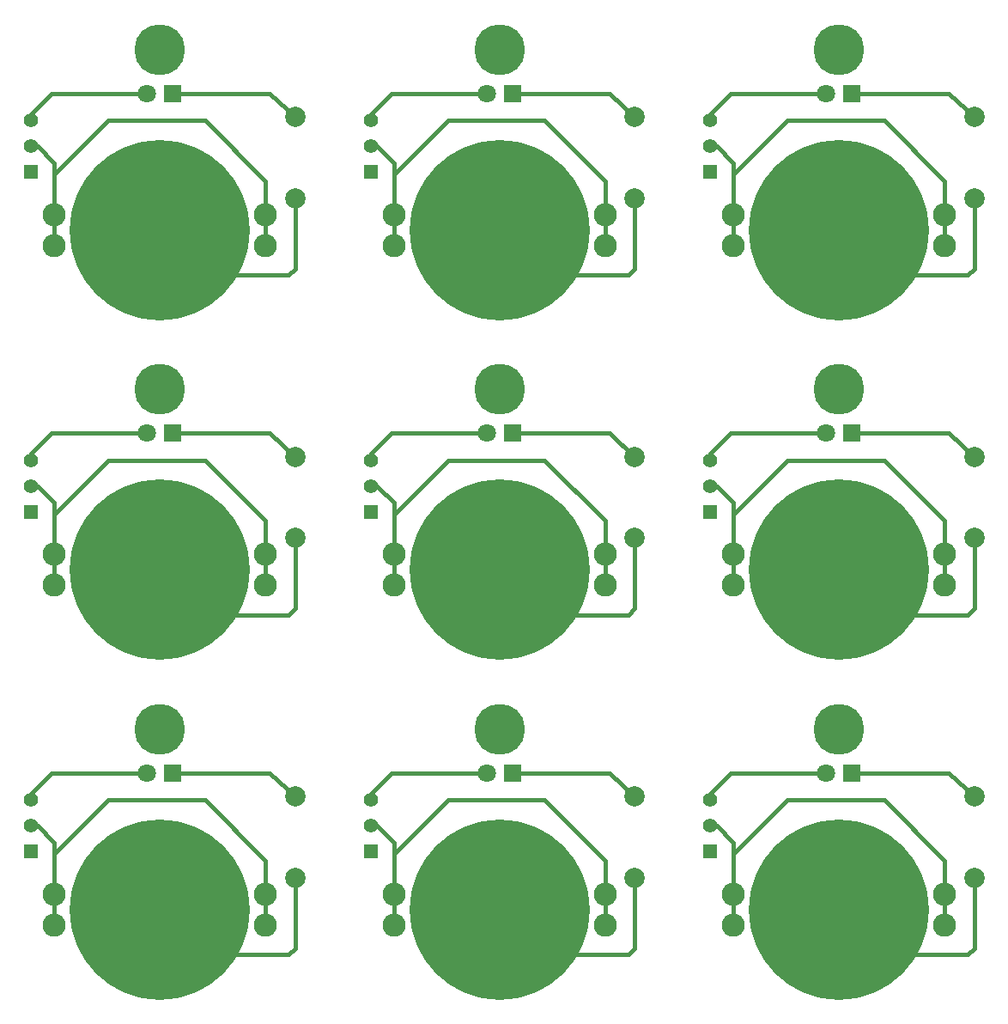
<source format=gbl>
%MOIN*%
%OFA0B0*%
%FSLAX46Y46*%
%IPPOS*%
%LPD*%
%ADD10C,0.0787*%
%ADD11C,0.19685039370078741*%
%ADD12C,0.090000000000000011*%
%ADD13C,0.70000000000000007*%
%ADD14R,0.070866141732283464X0.070866141732283464*%
%ADD15C,0.070866141732283464*%
%ADD16R,0.055000000000000007X0.055000000000000007*%
%ADD17C,0.055000000000000007*%
%ADD18C,0.016*%
%ADD29C,0.0039370078740157488*%
%ADD30C,0.0787*%
%ADD31C,0.19685039370078741*%
%ADD32C,0.090000000000000011*%
%ADD33C,0.70000000000000007*%
%ADD34R,0.070866141732283464X0.070866141732283464*%
%ADD35C,0.070866141732283464*%
%ADD36R,0.055000000000000007X0.055000000000000007*%
%ADD37C,0.055000000000000007*%
%ADD38C,0.016*%
%ADD39C,0.0787*%
%ADD40C,0.19685039370078741*%
%ADD41C,0.090000000000000011*%
%ADD42C,0.70000000000000007*%
%ADD43R,0.070866141732283464X0.070866141732283464*%
%ADD44C,0.070866141732283464*%
%ADD45R,0.055000000000000007X0.055000000000000007*%
%ADD46C,0.055000000000000007*%
%ADD47C,0.016*%
%ADD48C,0.0787*%
%ADD49C,0.19685039370078741*%
%ADD50C,0.090000000000000011*%
%ADD51C,0.70000000000000007*%
%ADD52R,0.070866141732283464X0.070866141732283464*%
%ADD53C,0.070866141732283464*%
%ADD54R,0.055000000000000007X0.055000000000000007*%
%ADD55C,0.055000000000000007*%
%ADD56C,0.016*%
%ADD57C,0.0787*%
%ADD58C,0.19685039370078741*%
%ADD59C,0.090000000000000011*%
%ADD60C,0.70000000000000007*%
%ADD61R,0.070866141732283464X0.070866141732283464*%
%ADD62C,0.070866141732283464*%
%ADD63R,0.055000000000000007X0.055000000000000007*%
%ADD64C,0.055000000000000007*%
%ADD65C,0.016*%
%ADD66C,0.0787*%
%ADD67C,0.19685039370078741*%
%ADD68C,0.090000000000000011*%
%ADD69C,0.70000000000000007*%
%ADD70R,0.070866141732283464X0.070866141732283464*%
%ADD71C,0.070866141732283464*%
%ADD72R,0.055000000000000007X0.055000000000000007*%
%ADD73C,0.055000000000000007*%
%ADD74C,0.016*%
%ADD75C,0.0039370078740157488*%
%ADD76C,0.0787*%
%ADD77C,0.19685039370078741*%
%ADD78C,0.090000000000000011*%
%ADD79C,0.70000000000000007*%
%ADD80R,0.070866141732283464X0.070866141732283464*%
%ADD81C,0.070866141732283464*%
%ADD82R,0.055000000000000007X0.055000000000000007*%
%ADD83C,0.055000000000000007*%
%ADD84C,0.016*%
%ADD85C,0.0039370078740157488*%
%ADD86C,0.0787*%
%ADD87C,0.19685039370078741*%
%ADD88C,0.090000000000000011*%
%ADD89C,0.70000000000000007*%
%ADD90R,0.070866141732283464X0.070866141732283464*%
%ADD91C,0.070866141732283464*%
%ADD92R,0.055000000000000007X0.055000000000000007*%
%ADD93C,0.055000000000000007*%
%ADD94C,0.016*%
%ADD95C,0.0039370078740157488*%
%ADD96C,0.0787*%
%ADD97C,0.19685039370078741*%
%ADD98C,0.090000000000000011*%
%ADD99C,0.70000000000000007*%
%ADD100R,0.070866141732283464X0.070866141732283464*%
%ADD101C,0.070866141732283464*%
%ADD102R,0.055000000000000007X0.055000000000000007*%
%ADD103C,0.055000000000000007*%
%ADD104C,0.016*%
G01*
D10*
X-0006300000Y0004050000D02*
X0001124999Y0000837480D03*
X0001124999Y0000522519D03*
D11*
X0000599999Y0001099999D03*
D12*
X0001009999Y0000339999D03*
X0000189999Y0000339999D03*
X0001009999Y0000459999D03*
X0000189999Y0000459999D03*
D13*
X0000599999Y0000400000D03*
D14*
X0000649999Y0000930000D03*
D15*
X0000549999Y0000930000D03*
D16*
X0000099999Y0000625000D03*
D17*
X0000099999Y0000725000D03*
X0000099999Y0000825000D03*
D18*
X0000189999Y0000459999D02*
X0000189999Y0000615000D01*
X0001009999Y0000590000D02*
X0001009999Y0000459999D01*
X0000775000Y0000825000D02*
X0001009999Y0000590000D01*
X0000399999Y0000825000D02*
X0000775000Y0000825000D01*
X0000189999Y0000615000D02*
X0000399999Y0000825000D01*
X0000189999Y0000459999D02*
X0000189999Y0000660000D01*
X0000189999Y0000660000D02*
X0000124999Y0000725000D01*
X0000124999Y0000725000D02*
X0000099999Y0000725000D01*
X0001009999Y0000339999D02*
X0001009999Y0000459999D01*
X0000189999Y0000339999D02*
X0000189999Y0000459999D01*
X0000649999Y0000930000D02*
X0001027480Y0000930000D01*
X0001027480Y0000930000D02*
X0001124999Y0000837480D01*
X0000099999Y0000825000D02*
X0000099999Y0000850000D01*
X0000099999Y0000850000D02*
X0000180000Y0000930000D01*
X0000180000Y0000930000D02*
X0000549999Y0000930000D01*
X0001124999Y0000522519D02*
X0001124999Y0000250000D01*
X0001099999Y0000225000D02*
X0000775000Y0000225000D01*
X0001124999Y0000250000D02*
X0001099999Y0000225000D01*
X0000775000Y0000225000D02*
X0000599999Y0000400000D01*
X0001124999Y0000522519D02*
X0001124999Y0000555000D01*
X0000792519Y0000592519D02*
X0000599999Y0000400000D01*
X0000599999Y0000400000D02*
X0000775000Y0000400000D01*
G04 next file*
G04 #@! TF.FileFunction,Copper,L2,Bot,Signal*
G04 Gerber Fmt 4.6, Leading zero omitted, Abs format (unit mm)*
G04 Created by KiCad (PCBNEW 4.0.7) date 09/04/18 12:43:30*
G01*
G04 APERTURE LIST*
G04 APERTURE END LIST*
D29*
D30*
X-0006300000Y0005368110D02*
X0001124999Y0002155590D03*
X0001124999Y0001840629D03*
D31*
X0000599999Y0002418110D03*
D32*
X0001009999Y0001658110D03*
X0000189999Y0001658110D03*
X0001009999Y0001778110D03*
X0000189999Y0001778110D03*
D33*
X0000599999Y0001718110D03*
D34*
X0000649999Y0002248110D03*
D35*
X0000549999Y0002248110D03*
D36*
X0000099999Y0001943110D03*
D37*
X0000099999Y0002043110D03*
X0000099999Y0002143110D03*
D38*
X0000189999Y0001778110D02*
X0000189999Y0001933110D01*
X0001009999Y0001908110D02*
X0001009999Y0001778110D01*
X0000775000Y0002143110D02*
X0001009999Y0001908110D01*
X0000399999Y0002143110D02*
X0000775000Y0002143110D01*
X0000189999Y0001933110D02*
X0000399999Y0002143110D01*
X0000189999Y0001778110D02*
X0000189999Y0001978110D01*
X0000189999Y0001978110D02*
X0000124999Y0002043110D01*
X0000124999Y0002043110D02*
X0000099999Y0002043110D01*
X0001009999Y0001658110D02*
X0001009999Y0001778110D01*
X0000189999Y0001658110D02*
X0000189999Y0001778110D01*
X0000649999Y0002248110D02*
X0001027480Y0002248110D01*
X0001027480Y0002248110D02*
X0001124999Y0002155590D01*
X0000099999Y0002143110D02*
X0000099999Y0002168110D01*
X0000099999Y0002168110D02*
X0000180000Y0002248110D01*
X0000180000Y0002248110D02*
X0000549999Y0002248110D01*
X0001124999Y0001840629D02*
X0001124999Y0001568110D01*
X0001099999Y0001543110D02*
X0000775000Y0001543110D01*
X0001124999Y0001568110D02*
X0001099999Y0001543110D01*
X0000775000Y0001543110D02*
X0000599999Y0001718110D01*
X0001124999Y0001840629D02*
X0001124999Y0001873110D01*
X0000792519Y0001910629D02*
X0000599999Y0001718110D01*
X0000599999Y0001718110D02*
X0000775000Y0001718110D01*
G04 next file*
G04 Gerber Fmt 4.6, Leading zero omitted, Abs format (unit mm)*
G04 Created by KiCad (PCBNEW (5.1.10)-1) date 2021-07-18 19:04:49*
G01*
G04 APERTURE LIST*
G04 APERTURE END LIST*
D39*
X-0006300000Y0006686220D02*
X0001124999Y0003473700D03*
X0001124999Y0003158740D03*
D40*
X0000599999Y0003736220D03*
D41*
X0001009999Y0002976220D03*
X0000189999Y0002976220D03*
X0001009999Y0003096220D03*
X0000189999Y0003096220D03*
D42*
X0000599999Y0003036220D03*
D43*
X0000649999Y0003566220D03*
D44*
X0000549999Y0003566220D03*
D45*
X0000099999Y0003261220D03*
D46*
X0000099999Y0003361220D03*
X0000099999Y0003461220D03*
D47*
X0000189999Y0003096220D02*
X0000189999Y0003251220D01*
X0001009999Y0003226220D02*
X0001009999Y0003096220D01*
X0000775000Y0003461220D02*
X0001009999Y0003226220D01*
X0000399999Y0003461220D02*
X0000775000Y0003461220D01*
X0000189999Y0003251220D02*
X0000399999Y0003461220D01*
X0000189999Y0003096220D02*
X0000189999Y0003296220D01*
X0000189999Y0003296220D02*
X0000124999Y0003361220D01*
X0000124999Y0003361220D02*
X0000099999Y0003361220D01*
X0001009999Y0002976220D02*
X0001009999Y0003096220D01*
X0000189999Y0002976220D02*
X0000189999Y0003096220D01*
X0000649999Y0003566220D02*
X0001027480Y0003566220D01*
X0001027480Y0003566220D02*
X0001124999Y0003473700D01*
X0000099999Y0003461220D02*
X0000099999Y0003486220D01*
X0000099999Y0003486220D02*
X0000180000Y0003566220D01*
X0000180000Y0003566220D02*
X0000549999Y0003566220D01*
X0001124999Y0003158740D02*
X0001124999Y0002886220D01*
X0001099999Y0002861220D02*
X0000775000Y0002861220D01*
X0001124999Y0002886220D02*
X0001099999Y0002861220D01*
X0000775000Y0002861220D02*
X0000599999Y0003036220D01*
X0001124999Y0003158740D02*
X0001124999Y0003191220D01*
X0000792519Y0003228740D02*
X0000599999Y0003036220D01*
X0000599999Y0003036220D02*
X0000775000Y0003036220D01*
G04 next file*
G04 Gerber Fmt 4.6, Leading zero omitted, Abs format (unit mm)*
G04 Created by KiCad (PCBNEW (5.1.10)-1) date 2021-07-18 19:04:49*
G01*
G04 APERTURE LIST*
G04 APERTURE END LIST*
D48*
X-0004981889Y0004050000D02*
X0002443110Y0000837480D03*
X0002443110Y0000522519D03*
D49*
X0001918110Y0001099999D03*
D50*
X0002328110Y0000339999D03*
X0001508110Y0000339999D03*
X0002328110Y0000459999D03*
X0001508110Y0000459999D03*
D51*
X0001918110Y0000400000D03*
D52*
X0001968110Y0000930000D03*
D53*
X0001868110Y0000930000D03*
D54*
X0001418110Y0000625000D03*
D55*
X0001418110Y0000725000D03*
X0001418110Y0000825000D03*
D56*
X0001508110Y0000459999D02*
X0001508110Y0000615000D01*
X0002328110Y0000590000D02*
X0002328110Y0000459999D01*
X0002093110Y0000825000D02*
X0002328110Y0000590000D01*
X0001718110Y0000825000D02*
X0002093110Y0000825000D01*
X0001508110Y0000615000D02*
X0001718110Y0000825000D01*
X0001508110Y0000459999D02*
X0001508110Y0000660000D01*
X0001508110Y0000660000D02*
X0001443110Y0000725000D01*
X0001443110Y0000725000D02*
X0001418110Y0000725000D01*
X0002328110Y0000339999D02*
X0002328110Y0000459999D01*
X0001508110Y0000339999D02*
X0001508110Y0000459999D01*
X0001968110Y0000930000D02*
X0002345590Y0000930000D01*
X0002345590Y0000930000D02*
X0002443110Y0000837480D01*
X0001418110Y0000825000D02*
X0001418110Y0000850000D01*
X0001418110Y0000850000D02*
X0001498110Y0000930000D01*
X0001498110Y0000930000D02*
X0001868110Y0000930000D01*
X0002443110Y0000522519D02*
X0002443110Y0000250000D01*
X0002418110Y0000225000D02*
X0002093110Y0000225000D01*
X0002443110Y0000250000D02*
X0002418110Y0000225000D01*
X0002093110Y0000225000D02*
X0001918110Y0000400000D01*
X0002443110Y0000522519D02*
X0002443110Y0000555000D01*
X0002110629Y0000592519D02*
X0001918110Y0000400000D01*
X0001918110Y0000400000D02*
X0002093110Y0000400000D01*
G04 next file*
G04 Gerber Fmt 4.6, Leading zero omitted, Abs format (unit mm)*
G04 Created by KiCad (PCBNEW (5.1.10)-1) date 2021-07-18 19:04:49*
G01*
G04 APERTURE LIST*
G04 APERTURE END LIST*
D57*
X-0003663779Y0004050000D02*
X0003761220Y0000837480D03*
X0003761220Y0000522519D03*
D58*
X0003236220Y0001099999D03*
D59*
X0003646220Y0000339999D03*
X0002826220Y0000339999D03*
X0003646220Y0000459999D03*
X0002826220Y0000459999D03*
D60*
X0003236220Y0000400000D03*
D61*
X0003286220Y0000930000D03*
D62*
X0003186220Y0000930000D03*
D63*
X0002736220Y0000625000D03*
D64*
X0002736220Y0000725000D03*
X0002736220Y0000825000D03*
D65*
X0002826220Y0000459999D02*
X0002826220Y0000615000D01*
X0003646220Y0000590000D02*
X0003646220Y0000459999D01*
X0003411220Y0000825000D02*
X0003646220Y0000590000D01*
X0003036220Y0000825000D02*
X0003411220Y0000825000D01*
X0002826220Y0000615000D02*
X0003036220Y0000825000D01*
X0002826220Y0000459999D02*
X0002826220Y0000660000D01*
X0002826220Y0000660000D02*
X0002761220Y0000725000D01*
X0002761220Y0000725000D02*
X0002736220Y0000725000D01*
X0003646220Y0000339999D02*
X0003646220Y0000459999D01*
X0002826220Y0000339999D02*
X0002826220Y0000459999D01*
X0003286220Y0000930000D02*
X0003663700Y0000930000D01*
X0003663700Y0000930000D02*
X0003761220Y0000837480D01*
X0002736220Y0000825000D02*
X0002736220Y0000850000D01*
X0002736220Y0000850000D02*
X0002816220Y0000930000D01*
X0002816220Y0000930000D02*
X0003186220Y0000930000D01*
X0003761220Y0000522519D02*
X0003761220Y0000250000D01*
X0003736220Y0000225000D02*
X0003411220Y0000225000D01*
X0003761220Y0000250000D02*
X0003736220Y0000225000D01*
X0003411220Y0000225000D02*
X0003236220Y0000400000D01*
X0003761220Y0000522519D02*
X0003761220Y0000555000D01*
X0003428740Y0000592519D02*
X0003236220Y0000400000D01*
X0003236220Y0000400000D02*
X0003411220Y0000400000D01*
G04 next file*
G04 Gerber Fmt 4.6, Leading zero omitted, Abs format (unit mm)*
G04 Created by KiCad (PCBNEW (5.1.10)-1) date 2021-07-18 19:04:49*
G01*
G04 APERTURE LIST*
G04 APERTURE END LIST*
D66*
X-0004981889Y0005368110D02*
X0002443110Y0002155590D03*
X0002443110Y0001840629D03*
D67*
X0001918110Y0002418110D03*
D68*
X0002328110Y0001658110D03*
X0001508110Y0001658110D03*
X0002328110Y0001778110D03*
X0001508110Y0001778110D03*
D69*
X0001918110Y0001718110D03*
D70*
X0001968110Y0002248110D03*
D71*
X0001868110Y0002248110D03*
D72*
X0001418110Y0001943110D03*
D73*
X0001418110Y0002043110D03*
X0001418110Y0002143110D03*
D74*
X0001508110Y0001778110D02*
X0001508110Y0001933110D01*
X0002328110Y0001908110D02*
X0002328110Y0001778110D01*
X0002093110Y0002143110D02*
X0002328110Y0001908110D01*
X0001718110Y0002143110D02*
X0002093110Y0002143110D01*
X0001508110Y0001933110D02*
X0001718110Y0002143110D01*
X0001508110Y0001778110D02*
X0001508110Y0001978110D01*
X0001508110Y0001978110D02*
X0001443110Y0002043110D01*
X0001443110Y0002043110D02*
X0001418110Y0002043110D01*
X0002328110Y0001658110D02*
X0002328110Y0001778110D01*
X0001508110Y0001658110D02*
X0001508110Y0001778110D01*
X0001968110Y0002248110D02*
X0002345590Y0002248110D01*
X0002345590Y0002248110D02*
X0002443110Y0002155590D01*
X0001418110Y0002143110D02*
X0001418110Y0002168110D01*
X0001418110Y0002168110D02*
X0001498110Y0002248110D01*
X0001498110Y0002248110D02*
X0001868110Y0002248110D01*
X0002443110Y0001840629D02*
X0002443110Y0001568110D01*
X0002418110Y0001543110D02*
X0002093110Y0001543110D01*
X0002443110Y0001568110D02*
X0002418110Y0001543110D01*
X0002093110Y0001543110D02*
X0001918110Y0001718110D01*
X0002443110Y0001840629D02*
X0002443110Y0001873110D01*
X0002110629Y0001910629D02*
X0001918110Y0001718110D01*
X0001918110Y0001718110D02*
X0002093110Y0001718110D01*
G04 next file*
G04 #@! TF.FileFunction,Copper,L2,Bot,Signal*
G04 Gerber Fmt 4.6, Leading zero omitted, Abs format (unit mm)*
G04 Created by KiCad (PCBNEW 4.0.7) date 09/04/18 12:43:30*
G01*
G04 APERTURE LIST*
G04 APERTURE END LIST*
D75*
D76*
X-0004981889Y0006686220D02*
X0002443110Y0003473700D03*
X0002443110Y0003158740D03*
D77*
X0001918110Y0003736220D03*
D78*
X0002328110Y0002976220D03*
X0001508110Y0002976220D03*
X0002328110Y0003096220D03*
X0001508110Y0003096220D03*
D79*
X0001918110Y0003036220D03*
D80*
X0001968110Y0003566220D03*
D81*
X0001868110Y0003566220D03*
D82*
X0001418110Y0003261220D03*
D83*
X0001418110Y0003361220D03*
X0001418110Y0003461220D03*
D84*
X0001508110Y0003096220D02*
X0001508110Y0003251220D01*
X0002328110Y0003226220D02*
X0002328110Y0003096220D01*
X0002093110Y0003461220D02*
X0002328110Y0003226220D01*
X0001718110Y0003461220D02*
X0002093110Y0003461220D01*
X0001508110Y0003251220D02*
X0001718110Y0003461220D01*
X0001508110Y0003096220D02*
X0001508110Y0003296220D01*
X0001508110Y0003296220D02*
X0001443110Y0003361220D01*
X0001443110Y0003361220D02*
X0001418110Y0003361220D01*
X0002328110Y0002976220D02*
X0002328110Y0003096220D01*
X0001508110Y0002976220D02*
X0001508110Y0003096220D01*
X0001968110Y0003566220D02*
X0002345590Y0003566220D01*
X0002345590Y0003566220D02*
X0002443110Y0003473700D01*
X0001418110Y0003461220D02*
X0001418110Y0003486220D01*
X0001418110Y0003486220D02*
X0001498110Y0003566220D01*
X0001498110Y0003566220D02*
X0001868110Y0003566220D01*
X0002443110Y0003158740D02*
X0002443110Y0002886220D01*
X0002418110Y0002861220D02*
X0002093110Y0002861220D01*
X0002443110Y0002886220D02*
X0002418110Y0002861220D01*
X0002093110Y0002861220D02*
X0001918110Y0003036220D01*
X0002443110Y0003158740D02*
X0002443110Y0003191220D01*
X0002110629Y0003228740D02*
X0001918110Y0003036220D01*
X0001918110Y0003036220D02*
X0002093110Y0003036220D01*
G04 next file*
G04 #@! TF.FileFunction,Copper,L2,Bot,Signal*
G04 Gerber Fmt 4.6, Leading zero omitted, Abs format (unit mm)*
G04 Created by KiCad (PCBNEW 4.0.7) date 09/04/18 12:43:30*
G01*
G04 APERTURE LIST*
G04 APERTURE END LIST*
D85*
D86*
X-0003663779Y0005368110D02*
X0003761220Y0002155590D03*
X0003761220Y0001840629D03*
D87*
X0003236220Y0002418110D03*
D88*
X0003646220Y0001658110D03*
X0002826220Y0001658110D03*
X0003646220Y0001778110D03*
X0002826220Y0001778110D03*
D89*
X0003236220Y0001718110D03*
D90*
X0003286220Y0002248110D03*
D91*
X0003186220Y0002248110D03*
D92*
X0002736220Y0001943110D03*
D93*
X0002736220Y0002043110D03*
X0002736220Y0002143110D03*
D94*
X0002826220Y0001778110D02*
X0002826220Y0001933110D01*
X0003646220Y0001908110D02*
X0003646220Y0001778110D01*
X0003411220Y0002143110D02*
X0003646220Y0001908110D01*
X0003036220Y0002143110D02*
X0003411220Y0002143110D01*
X0002826220Y0001933110D02*
X0003036220Y0002143110D01*
X0002826220Y0001778110D02*
X0002826220Y0001978110D01*
X0002826220Y0001978110D02*
X0002761220Y0002043110D01*
X0002761220Y0002043110D02*
X0002736220Y0002043110D01*
X0003646220Y0001658110D02*
X0003646220Y0001778110D01*
X0002826220Y0001658110D02*
X0002826220Y0001778110D01*
X0003286220Y0002248110D02*
X0003663700Y0002248110D01*
X0003663700Y0002248110D02*
X0003761220Y0002155590D01*
X0002736220Y0002143110D02*
X0002736220Y0002168110D01*
X0002736220Y0002168110D02*
X0002816220Y0002248110D01*
X0002816220Y0002248110D02*
X0003186220Y0002248110D01*
X0003761220Y0001840629D02*
X0003761220Y0001568110D01*
X0003736220Y0001543110D02*
X0003411220Y0001543110D01*
X0003761220Y0001568110D02*
X0003736220Y0001543110D01*
X0003411220Y0001543110D02*
X0003236220Y0001718110D01*
X0003761220Y0001840629D02*
X0003761220Y0001873110D01*
X0003428740Y0001910629D02*
X0003236220Y0001718110D01*
X0003236220Y0001718110D02*
X0003411220Y0001718110D01*
G04 next file*
G04 #@! TF.FileFunction,Copper,L2,Bot,Signal*
G04 Gerber Fmt 4.6, Leading zero omitted, Abs format (unit mm)*
G04 Created by KiCad (PCBNEW 4.0.7) date 09/04/18 12:43:30*
G01*
G04 APERTURE LIST*
G04 APERTURE END LIST*
D95*
D96*
X-0003663779Y0006686220D02*
X0003761220Y0003473700D03*
X0003761220Y0003158740D03*
D97*
X0003236220Y0003736220D03*
D98*
X0003646220Y0002976220D03*
X0002826220Y0002976220D03*
X0003646220Y0003096220D03*
X0002826220Y0003096220D03*
D99*
X0003236220Y0003036220D03*
D100*
X0003286220Y0003566220D03*
D101*
X0003186220Y0003566220D03*
D102*
X0002736220Y0003261220D03*
D103*
X0002736220Y0003361220D03*
X0002736220Y0003461220D03*
D104*
X0002826220Y0003096220D02*
X0002826220Y0003251220D01*
X0003646220Y0003226220D02*
X0003646220Y0003096220D01*
X0003411220Y0003461220D02*
X0003646220Y0003226220D01*
X0003036220Y0003461220D02*
X0003411220Y0003461220D01*
X0002826220Y0003251220D02*
X0003036220Y0003461220D01*
X0002826220Y0003096220D02*
X0002826220Y0003296220D01*
X0002826220Y0003296220D02*
X0002761220Y0003361220D01*
X0002761220Y0003361220D02*
X0002736220Y0003361220D01*
X0003646220Y0002976220D02*
X0003646220Y0003096220D01*
X0002826220Y0002976220D02*
X0002826220Y0003096220D01*
X0003286220Y0003566220D02*
X0003663700Y0003566220D01*
X0003663700Y0003566220D02*
X0003761220Y0003473700D01*
X0002736220Y0003461220D02*
X0002736220Y0003486220D01*
X0002736220Y0003486220D02*
X0002816220Y0003566220D01*
X0002816220Y0003566220D02*
X0003186220Y0003566220D01*
X0003761220Y0003158740D02*
X0003761220Y0002886220D01*
X0003736220Y0002861220D02*
X0003411220Y0002861220D01*
X0003761220Y0002886220D02*
X0003736220Y0002861220D01*
X0003411220Y0002861220D02*
X0003236220Y0003036220D01*
X0003761220Y0003158740D02*
X0003761220Y0003191220D01*
X0003428740Y0003228740D02*
X0003236220Y0003036220D01*
X0003236220Y0003036220D02*
X0003411220Y0003036220D01*
M02*
</source>
